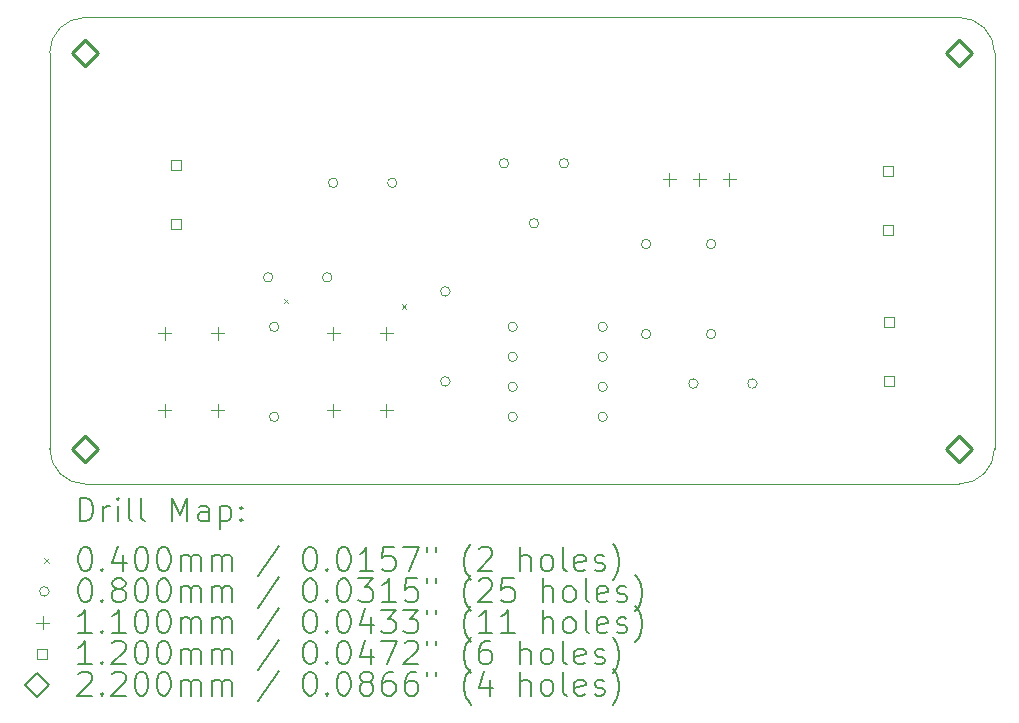
<source format=gbr>
%TF.GenerationSoftware,KiCad,Pcbnew,(6.0.8)*%
%TF.CreationDate,2022-12-14T21:59:01-06:00*%
%TF.ProjectId,Closet Light with timmer,436c6f73-6574-4204-9c69-676874207769,rev?*%
%TF.SameCoordinates,Original*%
%TF.FileFunction,Drillmap*%
%TF.FilePolarity,Positive*%
%FSLAX45Y45*%
G04 Gerber Fmt 4.5, Leading zero omitted, Abs format (unit mm)*
G04 Created by KiCad (PCBNEW (6.0.8)) date 2022-12-14 21:59:01*
%MOMM*%
%LPD*%
G01*
G04 APERTURE LIST*
%ADD10C,0.100000*%
%ADD11C,0.200000*%
%ADD12C,0.040000*%
%ADD13C,0.080000*%
%ADD14C,0.110000*%
%ADD15C,0.120000*%
%ADD16C,0.220000*%
G04 APERTURE END LIST*
D10*
X10700000Y-6150000D02*
G75*
G03*
X11000000Y-5850000I0J300000D01*
G01*
X3300000Y-2200000D02*
G75*
G03*
X3000000Y-2500000I0J-300000D01*
G01*
X3000000Y-2500000D02*
X3000000Y-5850000D01*
X10700000Y-6150000D02*
X3300000Y-6150000D01*
X11000000Y-2500000D02*
X11000000Y-5850000D01*
X3000000Y-5850000D02*
G75*
G03*
X3300000Y-6150000I300000J0D01*
G01*
X10700000Y-2200000D02*
X3300000Y-2200000D01*
X11000000Y-2500000D02*
G75*
G03*
X10700000Y-2200000I-300000J0D01*
G01*
D11*
D12*
X4980000Y-4580000D02*
X5020000Y-4620000D01*
X5020000Y-4580000D02*
X4980000Y-4620000D01*
X5980000Y-4630000D02*
X6020000Y-4670000D01*
X6020000Y-4630000D02*
X5980000Y-4670000D01*
D13*
X4890000Y-4400000D02*
G75*
G03*
X4890000Y-4400000I-40000J0D01*
G01*
X4940000Y-4819000D02*
G75*
G03*
X4940000Y-4819000I-40000J0D01*
G01*
X4940000Y-5581000D02*
G75*
G03*
X4940000Y-5581000I-40000J0D01*
G01*
X5390000Y-4400000D02*
G75*
G03*
X5390000Y-4400000I-40000J0D01*
G01*
X5440000Y-3600000D02*
G75*
G03*
X5440000Y-3600000I-40000J0D01*
G01*
X5940000Y-3600000D02*
G75*
G03*
X5940000Y-3600000I-40000J0D01*
G01*
X6390000Y-4519000D02*
G75*
G03*
X6390000Y-4519000I-40000J0D01*
G01*
X6390000Y-5281000D02*
G75*
G03*
X6390000Y-5281000I-40000J0D01*
G01*
X6886000Y-3434500D02*
G75*
G03*
X6886000Y-3434500I-40000J0D01*
G01*
X6960000Y-4820000D02*
G75*
G03*
X6960000Y-4820000I-40000J0D01*
G01*
X6960000Y-5074000D02*
G75*
G03*
X6960000Y-5074000I-40000J0D01*
G01*
X6960000Y-5328000D02*
G75*
G03*
X6960000Y-5328000I-40000J0D01*
G01*
X6960000Y-5582000D02*
G75*
G03*
X6960000Y-5582000I-40000J0D01*
G01*
X7140000Y-3942500D02*
G75*
G03*
X7140000Y-3942500I-40000J0D01*
G01*
X7394000Y-3434500D02*
G75*
G03*
X7394000Y-3434500I-40000J0D01*
G01*
X7722000Y-4820000D02*
G75*
G03*
X7722000Y-4820000I-40000J0D01*
G01*
X7722000Y-5074000D02*
G75*
G03*
X7722000Y-5074000I-40000J0D01*
G01*
X7722000Y-5328000D02*
G75*
G03*
X7722000Y-5328000I-40000J0D01*
G01*
X7722000Y-5582000D02*
G75*
G03*
X7722000Y-5582000I-40000J0D01*
G01*
X8090000Y-4119000D02*
G75*
G03*
X8090000Y-4119000I-40000J0D01*
G01*
X8090000Y-4881000D02*
G75*
G03*
X8090000Y-4881000I-40000J0D01*
G01*
X8490000Y-5300000D02*
G75*
G03*
X8490000Y-5300000I-40000J0D01*
G01*
X8640000Y-4119000D02*
G75*
G03*
X8640000Y-4119000I-40000J0D01*
G01*
X8640000Y-4881000D02*
G75*
G03*
X8640000Y-4881000I-40000J0D01*
G01*
X8990000Y-5300000D02*
G75*
G03*
X8990000Y-5300000I-40000J0D01*
G01*
D14*
X3975000Y-4820000D02*
X3975000Y-4930000D01*
X3920000Y-4875000D02*
X4030000Y-4875000D01*
X3975000Y-5470000D02*
X3975000Y-5580000D01*
X3920000Y-5525000D02*
X4030000Y-5525000D01*
X4425000Y-4820000D02*
X4425000Y-4930000D01*
X4370000Y-4875000D02*
X4480000Y-4875000D01*
X4425000Y-5470000D02*
X4425000Y-5580000D01*
X4370000Y-5525000D02*
X4480000Y-5525000D01*
X5400000Y-4820000D02*
X5400000Y-4930000D01*
X5345000Y-4875000D02*
X5455000Y-4875000D01*
X5400000Y-5470000D02*
X5400000Y-5580000D01*
X5345000Y-5525000D02*
X5455000Y-5525000D01*
X5850000Y-4820000D02*
X5850000Y-4930000D01*
X5795000Y-4875000D02*
X5905000Y-4875000D01*
X5850000Y-5470000D02*
X5850000Y-5580000D01*
X5795000Y-5525000D02*
X5905000Y-5525000D01*
X8246000Y-3514500D02*
X8246000Y-3624500D01*
X8191000Y-3569500D02*
X8301000Y-3569500D01*
X8500000Y-3514500D02*
X8500000Y-3624500D01*
X8445000Y-3569500D02*
X8555000Y-3569500D01*
X8754000Y-3514500D02*
X8754000Y-3624500D01*
X8699000Y-3569500D02*
X8809000Y-3569500D01*
D15*
X4112427Y-3492427D02*
X4112427Y-3407573D01*
X4027573Y-3407573D01*
X4027573Y-3492427D01*
X4112427Y-3492427D01*
X4112427Y-3992427D02*
X4112427Y-3907573D01*
X4027573Y-3907573D01*
X4027573Y-3992427D01*
X4112427Y-3992427D01*
X10142427Y-3542427D02*
X10142427Y-3457573D01*
X10057573Y-3457573D01*
X10057573Y-3542427D01*
X10142427Y-3542427D01*
X10142427Y-4042427D02*
X10142427Y-3957573D01*
X10057573Y-3957573D01*
X10057573Y-4042427D01*
X10142427Y-4042427D01*
X10147427Y-4817427D02*
X10147427Y-4732573D01*
X10062573Y-4732573D01*
X10062573Y-4817427D01*
X10147427Y-4817427D01*
X10147427Y-5317427D02*
X10147427Y-5232573D01*
X10062573Y-5232573D01*
X10062573Y-5317427D01*
X10147427Y-5317427D01*
D16*
X3300000Y-2610000D02*
X3410000Y-2500000D01*
X3300000Y-2390000D01*
X3190000Y-2500000D01*
X3300000Y-2610000D01*
X3300000Y-5960000D02*
X3410000Y-5850000D01*
X3300000Y-5740000D01*
X3190000Y-5850000D01*
X3300000Y-5960000D01*
X10700000Y-2610000D02*
X10810000Y-2500000D01*
X10700000Y-2390000D01*
X10590000Y-2500000D01*
X10700000Y-2610000D01*
X10700000Y-5960000D02*
X10810000Y-5850000D01*
X10700000Y-5740000D01*
X10590000Y-5850000D01*
X10700000Y-5960000D01*
D11*
X3252619Y-6465476D02*
X3252619Y-6265476D01*
X3300238Y-6265476D01*
X3328809Y-6275000D01*
X3347857Y-6294048D01*
X3357381Y-6313095D01*
X3366905Y-6351190D01*
X3366905Y-6379762D01*
X3357381Y-6417857D01*
X3347857Y-6436905D01*
X3328809Y-6455952D01*
X3300238Y-6465476D01*
X3252619Y-6465476D01*
X3452619Y-6465476D02*
X3452619Y-6332143D01*
X3452619Y-6370238D02*
X3462143Y-6351190D01*
X3471667Y-6341667D01*
X3490714Y-6332143D01*
X3509762Y-6332143D01*
X3576428Y-6465476D02*
X3576428Y-6332143D01*
X3576428Y-6265476D02*
X3566905Y-6275000D01*
X3576428Y-6284524D01*
X3585952Y-6275000D01*
X3576428Y-6265476D01*
X3576428Y-6284524D01*
X3700238Y-6465476D02*
X3681190Y-6455952D01*
X3671667Y-6436905D01*
X3671667Y-6265476D01*
X3805000Y-6465476D02*
X3785952Y-6455952D01*
X3776428Y-6436905D01*
X3776428Y-6265476D01*
X4033571Y-6465476D02*
X4033571Y-6265476D01*
X4100238Y-6408333D01*
X4166905Y-6265476D01*
X4166905Y-6465476D01*
X4347857Y-6465476D02*
X4347857Y-6360714D01*
X4338333Y-6341667D01*
X4319286Y-6332143D01*
X4281190Y-6332143D01*
X4262143Y-6341667D01*
X4347857Y-6455952D02*
X4328810Y-6465476D01*
X4281190Y-6465476D01*
X4262143Y-6455952D01*
X4252619Y-6436905D01*
X4252619Y-6417857D01*
X4262143Y-6398809D01*
X4281190Y-6389286D01*
X4328810Y-6389286D01*
X4347857Y-6379762D01*
X4443095Y-6332143D02*
X4443095Y-6532143D01*
X4443095Y-6341667D02*
X4462143Y-6332143D01*
X4500238Y-6332143D01*
X4519286Y-6341667D01*
X4528810Y-6351190D01*
X4538333Y-6370238D01*
X4538333Y-6427381D01*
X4528810Y-6446428D01*
X4519286Y-6455952D01*
X4500238Y-6465476D01*
X4462143Y-6465476D01*
X4443095Y-6455952D01*
X4624048Y-6446428D02*
X4633571Y-6455952D01*
X4624048Y-6465476D01*
X4614524Y-6455952D01*
X4624048Y-6446428D01*
X4624048Y-6465476D01*
X4624048Y-6341667D02*
X4633571Y-6351190D01*
X4624048Y-6360714D01*
X4614524Y-6351190D01*
X4624048Y-6341667D01*
X4624048Y-6360714D01*
D12*
X2955000Y-6775000D02*
X2995000Y-6815000D01*
X2995000Y-6775000D02*
X2955000Y-6815000D01*
D11*
X3290714Y-6685476D02*
X3309762Y-6685476D01*
X3328809Y-6695000D01*
X3338333Y-6704524D01*
X3347857Y-6723571D01*
X3357381Y-6761667D01*
X3357381Y-6809286D01*
X3347857Y-6847381D01*
X3338333Y-6866428D01*
X3328809Y-6875952D01*
X3309762Y-6885476D01*
X3290714Y-6885476D01*
X3271667Y-6875952D01*
X3262143Y-6866428D01*
X3252619Y-6847381D01*
X3243095Y-6809286D01*
X3243095Y-6761667D01*
X3252619Y-6723571D01*
X3262143Y-6704524D01*
X3271667Y-6695000D01*
X3290714Y-6685476D01*
X3443095Y-6866428D02*
X3452619Y-6875952D01*
X3443095Y-6885476D01*
X3433571Y-6875952D01*
X3443095Y-6866428D01*
X3443095Y-6885476D01*
X3624048Y-6752143D02*
X3624048Y-6885476D01*
X3576428Y-6675952D02*
X3528809Y-6818809D01*
X3652619Y-6818809D01*
X3766905Y-6685476D02*
X3785952Y-6685476D01*
X3805000Y-6695000D01*
X3814524Y-6704524D01*
X3824048Y-6723571D01*
X3833571Y-6761667D01*
X3833571Y-6809286D01*
X3824048Y-6847381D01*
X3814524Y-6866428D01*
X3805000Y-6875952D01*
X3785952Y-6885476D01*
X3766905Y-6885476D01*
X3747857Y-6875952D01*
X3738333Y-6866428D01*
X3728809Y-6847381D01*
X3719286Y-6809286D01*
X3719286Y-6761667D01*
X3728809Y-6723571D01*
X3738333Y-6704524D01*
X3747857Y-6695000D01*
X3766905Y-6685476D01*
X3957381Y-6685476D02*
X3976428Y-6685476D01*
X3995476Y-6695000D01*
X4005000Y-6704524D01*
X4014524Y-6723571D01*
X4024048Y-6761667D01*
X4024048Y-6809286D01*
X4014524Y-6847381D01*
X4005000Y-6866428D01*
X3995476Y-6875952D01*
X3976428Y-6885476D01*
X3957381Y-6885476D01*
X3938333Y-6875952D01*
X3928809Y-6866428D01*
X3919286Y-6847381D01*
X3909762Y-6809286D01*
X3909762Y-6761667D01*
X3919286Y-6723571D01*
X3928809Y-6704524D01*
X3938333Y-6695000D01*
X3957381Y-6685476D01*
X4109762Y-6885476D02*
X4109762Y-6752143D01*
X4109762Y-6771190D02*
X4119286Y-6761667D01*
X4138333Y-6752143D01*
X4166905Y-6752143D01*
X4185952Y-6761667D01*
X4195476Y-6780714D01*
X4195476Y-6885476D01*
X4195476Y-6780714D02*
X4205000Y-6761667D01*
X4224048Y-6752143D01*
X4252619Y-6752143D01*
X4271667Y-6761667D01*
X4281190Y-6780714D01*
X4281190Y-6885476D01*
X4376429Y-6885476D02*
X4376429Y-6752143D01*
X4376429Y-6771190D02*
X4385952Y-6761667D01*
X4405000Y-6752143D01*
X4433571Y-6752143D01*
X4452619Y-6761667D01*
X4462143Y-6780714D01*
X4462143Y-6885476D01*
X4462143Y-6780714D02*
X4471667Y-6761667D01*
X4490714Y-6752143D01*
X4519286Y-6752143D01*
X4538333Y-6761667D01*
X4547857Y-6780714D01*
X4547857Y-6885476D01*
X4938333Y-6675952D02*
X4766905Y-6933095D01*
X5195476Y-6685476D02*
X5214524Y-6685476D01*
X5233571Y-6695000D01*
X5243095Y-6704524D01*
X5252619Y-6723571D01*
X5262143Y-6761667D01*
X5262143Y-6809286D01*
X5252619Y-6847381D01*
X5243095Y-6866428D01*
X5233571Y-6875952D01*
X5214524Y-6885476D01*
X5195476Y-6885476D01*
X5176429Y-6875952D01*
X5166905Y-6866428D01*
X5157381Y-6847381D01*
X5147857Y-6809286D01*
X5147857Y-6761667D01*
X5157381Y-6723571D01*
X5166905Y-6704524D01*
X5176429Y-6695000D01*
X5195476Y-6685476D01*
X5347857Y-6866428D02*
X5357381Y-6875952D01*
X5347857Y-6885476D01*
X5338333Y-6875952D01*
X5347857Y-6866428D01*
X5347857Y-6885476D01*
X5481190Y-6685476D02*
X5500238Y-6685476D01*
X5519286Y-6695000D01*
X5528810Y-6704524D01*
X5538333Y-6723571D01*
X5547857Y-6761667D01*
X5547857Y-6809286D01*
X5538333Y-6847381D01*
X5528810Y-6866428D01*
X5519286Y-6875952D01*
X5500238Y-6885476D01*
X5481190Y-6885476D01*
X5462143Y-6875952D01*
X5452619Y-6866428D01*
X5443095Y-6847381D01*
X5433571Y-6809286D01*
X5433571Y-6761667D01*
X5443095Y-6723571D01*
X5452619Y-6704524D01*
X5462143Y-6695000D01*
X5481190Y-6685476D01*
X5738333Y-6885476D02*
X5624048Y-6885476D01*
X5681190Y-6885476D02*
X5681190Y-6685476D01*
X5662143Y-6714048D01*
X5643095Y-6733095D01*
X5624048Y-6742619D01*
X5919286Y-6685476D02*
X5824048Y-6685476D01*
X5814524Y-6780714D01*
X5824048Y-6771190D01*
X5843095Y-6761667D01*
X5890714Y-6761667D01*
X5909762Y-6771190D01*
X5919286Y-6780714D01*
X5928809Y-6799762D01*
X5928809Y-6847381D01*
X5919286Y-6866428D01*
X5909762Y-6875952D01*
X5890714Y-6885476D01*
X5843095Y-6885476D01*
X5824048Y-6875952D01*
X5814524Y-6866428D01*
X5995476Y-6685476D02*
X6128809Y-6685476D01*
X6043095Y-6885476D01*
X6195476Y-6685476D02*
X6195476Y-6723571D01*
X6271667Y-6685476D02*
X6271667Y-6723571D01*
X6566905Y-6961667D02*
X6557381Y-6952143D01*
X6538333Y-6923571D01*
X6528809Y-6904524D01*
X6519286Y-6875952D01*
X6509762Y-6828333D01*
X6509762Y-6790238D01*
X6519286Y-6742619D01*
X6528809Y-6714048D01*
X6538333Y-6695000D01*
X6557381Y-6666428D01*
X6566905Y-6656905D01*
X6633571Y-6704524D02*
X6643095Y-6695000D01*
X6662143Y-6685476D01*
X6709762Y-6685476D01*
X6728809Y-6695000D01*
X6738333Y-6704524D01*
X6747857Y-6723571D01*
X6747857Y-6742619D01*
X6738333Y-6771190D01*
X6624048Y-6885476D01*
X6747857Y-6885476D01*
X6985952Y-6885476D02*
X6985952Y-6685476D01*
X7071667Y-6885476D02*
X7071667Y-6780714D01*
X7062143Y-6761667D01*
X7043095Y-6752143D01*
X7014524Y-6752143D01*
X6995476Y-6761667D01*
X6985952Y-6771190D01*
X7195476Y-6885476D02*
X7176428Y-6875952D01*
X7166905Y-6866428D01*
X7157381Y-6847381D01*
X7157381Y-6790238D01*
X7166905Y-6771190D01*
X7176428Y-6761667D01*
X7195476Y-6752143D01*
X7224048Y-6752143D01*
X7243095Y-6761667D01*
X7252619Y-6771190D01*
X7262143Y-6790238D01*
X7262143Y-6847381D01*
X7252619Y-6866428D01*
X7243095Y-6875952D01*
X7224048Y-6885476D01*
X7195476Y-6885476D01*
X7376428Y-6885476D02*
X7357381Y-6875952D01*
X7347857Y-6856905D01*
X7347857Y-6685476D01*
X7528809Y-6875952D02*
X7509762Y-6885476D01*
X7471667Y-6885476D01*
X7452619Y-6875952D01*
X7443095Y-6856905D01*
X7443095Y-6780714D01*
X7452619Y-6761667D01*
X7471667Y-6752143D01*
X7509762Y-6752143D01*
X7528809Y-6761667D01*
X7538333Y-6780714D01*
X7538333Y-6799762D01*
X7443095Y-6818809D01*
X7614524Y-6875952D02*
X7633571Y-6885476D01*
X7671667Y-6885476D01*
X7690714Y-6875952D01*
X7700238Y-6856905D01*
X7700238Y-6847381D01*
X7690714Y-6828333D01*
X7671667Y-6818809D01*
X7643095Y-6818809D01*
X7624048Y-6809286D01*
X7614524Y-6790238D01*
X7614524Y-6780714D01*
X7624048Y-6761667D01*
X7643095Y-6752143D01*
X7671667Y-6752143D01*
X7690714Y-6761667D01*
X7766905Y-6961667D02*
X7776428Y-6952143D01*
X7795476Y-6923571D01*
X7805000Y-6904524D01*
X7814524Y-6875952D01*
X7824048Y-6828333D01*
X7824048Y-6790238D01*
X7814524Y-6742619D01*
X7805000Y-6714048D01*
X7795476Y-6695000D01*
X7776428Y-6666428D01*
X7766905Y-6656905D01*
D13*
X2995000Y-7059000D02*
G75*
G03*
X2995000Y-7059000I-40000J0D01*
G01*
D11*
X3290714Y-6949476D02*
X3309762Y-6949476D01*
X3328809Y-6959000D01*
X3338333Y-6968524D01*
X3347857Y-6987571D01*
X3357381Y-7025667D01*
X3357381Y-7073286D01*
X3347857Y-7111381D01*
X3338333Y-7130428D01*
X3328809Y-7139952D01*
X3309762Y-7149476D01*
X3290714Y-7149476D01*
X3271667Y-7139952D01*
X3262143Y-7130428D01*
X3252619Y-7111381D01*
X3243095Y-7073286D01*
X3243095Y-7025667D01*
X3252619Y-6987571D01*
X3262143Y-6968524D01*
X3271667Y-6959000D01*
X3290714Y-6949476D01*
X3443095Y-7130428D02*
X3452619Y-7139952D01*
X3443095Y-7149476D01*
X3433571Y-7139952D01*
X3443095Y-7130428D01*
X3443095Y-7149476D01*
X3566905Y-7035190D02*
X3547857Y-7025667D01*
X3538333Y-7016143D01*
X3528809Y-6997095D01*
X3528809Y-6987571D01*
X3538333Y-6968524D01*
X3547857Y-6959000D01*
X3566905Y-6949476D01*
X3605000Y-6949476D01*
X3624048Y-6959000D01*
X3633571Y-6968524D01*
X3643095Y-6987571D01*
X3643095Y-6997095D01*
X3633571Y-7016143D01*
X3624048Y-7025667D01*
X3605000Y-7035190D01*
X3566905Y-7035190D01*
X3547857Y-7044714D01*
X3538333Y-7054238D01*
X3528809Y-7073286D01*
X3528809Y-7111381D01*
X3538333Y-7130428D01*
X3547857Y-7139952D01*
X3566905Y-7149476D01*
X3605000Y-7149476D01*
X3624048Y-7139952D01*
X3633571Y-7130428D01*
X3643095Y-7111381D01*
X3643095Y-7073286D01*
X3633571Y-7054238D01*
X3624048Y-7044714D01*
X3605000Y-7035190D01*
X3766905Y-6949476D02*
X3785952Y-6949476D01*
X3805000Y-6959000D01*
X3814524Y-6968524D01*
X3824048Y-6987571D01*
X3833571Y-7025667D01*
X3833571Y-7073286D01*
X3824048Y-7111381D01*
X3814524Y-7130428D01*
X3805000Y-7139952D01*
X3785952Y-7149476D01*
X3766905Y-7149476D01*
X3747857Y-7139952D01*
X3738333Y-7130428D01*
X3728809Y-7111381D01*
X3719286Y-7073286D01*
X3719286Y-7025667D01*
X3728809Y-6987571D01*
X3738333Y-6968524D01*
X3747857Y-6959000D01*
X3766905Y-6949476D01*
X3957381Y-6949476D02*
X3976428Y-6949476D01*
X3995476Y-6959000D01*
X4005000Y-6968524D01*
X4014524Y-6987571D01*
X4024048Y-7025667D01*
X4024048Y-7073286D01*
X4014524Y-7111381D01*
X4005000Y-7130428D01*
X3995476Y-7139952D01*
X3976428Y-7149476D01*
X3957381Y-7149476D01*
X3938333Y-7139952D01*
X3928809Y-7130428D01*
X3919286Y-7111381D01*
X3909762Y-7073286D01*
X3909762Y-7025667D01*
X3919286Y-6987571D01*
X3928809Y-6968524D01*
X3938333Y-6959000D01*
X3957381Y-6949476D01*
X4109762Y-7149476D02*
X4109762Y-7016143D01*
X4109762Y-7035190D02*
X4119286Y-7025667D01*
X4138333Y-7016143D01*
X4166905Y-7016143D01*
X4185952Y-7025667D01*
X4195476Y-7044714D01*
X4195476Y-7149476D01*
X4195476Y-7044714D02*
X4205000Y-7025667D01*
X4224048Y-7016143D01*
X4252619Y-7016143D01*
X4271667Y-7025667D01*
X4281190Y-7044714D01*
X4281190Y-7149476D01*
X4376429Y-7149476D02*
X4376429Y-7016143D01*
X4376429Y-7035190D02*
X4385952Y-7025667D01*
X4405000Y-7016143D01*
X4433571Y-7016143D01*
X4452619Y-7025667D01*
X4462143Y-7044714D01*
X4462143Y-7149476D01*
X4462143Y-7044714D02*
X4471667Y-7025667D01*
X4490714Y-7016143D01*
X4519286Y-7016143D01*
X4538333Y-7025667D01*
X4547857Y-7044714D01*
X4547857Y-7149476D01*
X4938333Y-6939952D02*
X4766905Y-7197095D01*
X5195476Y-6949476D02*
X5214524Y-6949476D01*
X5233571Y-6959000D01*
X5243095Y-6968524D01*
X5252619Y-6987571D01*
X5262143Y-7025667D01*
X5262143Y-7073286D01*
X5252619Y-7111381D01*
X5243095Y-7130428D01*
X5233571Y-7139952D01*
X5214524Y-7149476D01*
X5195476Y-7149476D01*
X5176429Y-7139952D01*
X5166905Y-7130428D01*
X5157381Y-7111381D01*
X5147857Y-7073286D01*
X5147857Y-7025667D01*
X5157381Y-6987571D01*
X5166905Y-6968524D01*
X5176429Y-6959000D01*
X5195476Y-6949476D01*
X5347857Y-7130428D02*
X5357381Y-7139952D01*
X5347857Y-7149476D01*
X5338333Y-7139952D01*
X5347857Y-7130428D01*
X5347857Y-7149476D01*
X5481190Y-6949476D02*
X5500238Y-6949476D01*
X5519286Y-6959000D01*
X5528810Y-6968524D01*
X5538333Y-6987571D01*
X5547857Y-7025667D01*
X5547857Y-7073286D01*
X5538333Y-7111381D01*
X5528810Y-7130428D01*
X5519286Y-7139952D01*
X5500238Y-7149476D01*
X5481190Y-7149476D01*
X5462143Y-7139952D01*
X5452619Y-7130428D01*
X5443095Y-7111381D01*
X5433571Y-7073286D01*
X5433571Y-7025667D01*
X5443095Y-6987571D01*
X5452619Y-6968524D01*
X5462143Y-6959000D01*
X5481190Y-6949476D01*
X5614524Y-6949476D02*
X5738333Y-6949476D01*
X5671667Y-7025667D01*
X5700238Y-7025667D01*
X5719286Y-7035190D01*
X5728809Y-7044714D01*
X5738333Y-7063762D01*
X5738333Y-7111381D01*
X5728809Y-7130428D01*
X5719286Y-7139952D01*
X5700238Y-7149476D01*
X5643095Y-7149476D01*
X5624048Y-7139952D01*
X5614524Y-7130428D01*
X5928809Y-7149476D02*
X5814524Y-7149476D01*
X5871667Y-7149476D02*
X5871667Y-6949476D01*
X5852619Y-6978048D01*
X5833571Y-6997095D01*
X5814524Y-7006619D01*
X6109762Y-6949476D02*
X6014524Y-6949476D01*
X6005000Y-7044714D01*
X6014524Y-7035190D01*
X6033571Y-7025667D01*
X6081190Y-7025667D01*
X6100238Y-7035190D01*
X6109762Y-7044714D01*
X6119286Y-7063762D01*
X6119286Y-7111381D01*
X6109762Y-7130428D01*
X6100238Y-7139952D01*
X6081190Y-7149476D01*
X6033571Y-7149476D01*
X6014524Y-7139952D01*
X6005000Y-7130428D01*
X6195476Y-6949476D02*
X6195476Y-6987571D01*
X6271667Y-6949476D02*
X6271667Y-6987571D01*
X6566905Y-7225667D02*
X6557381Y-7216143D01*
X6538333Y-7187571D01*
X6528809Y-7168524D01*
X6519286Y-7139952D01*
X6509762Y-7092333D01*
X6509762Y-7054238D01*
X6519286Y-7006619D01*
X6528809Y-6978048D01*
X6538333Y-6959000D01*
X6557381Y-6930428D01*
X6566905Y-6920905D01*
X6633571Y-6968524D02*
X6643095Y-6959000D01*
X6662143Y-6949476D01*
X6709762Y-6949476D01*
X6728809Y-6959000D01*
X6738333Y-6968524D01*
X6747857Y-6987571D01*
X6747857Y-7006619D01*
X6738333Y-7035190D01*
X6624048Y-7149476D01*
X6747857Y-7149476D01*
X6928809Y-6949476D02*
X6833571Y-6949476D01*
X6824048Y-7044714D01*
X6833571Y-7035190D01*
X6852619Y-7025667D01*
X6900238Y-7025667D01*
X6919286Y-7035190D01*
X6928809Y-7044714D01*
X6938333Y-7063762D01*
X6938333Y-7111381D01*
X6928809Y-7130428D01*
X6919286Y-7139952D01*
X6900238Y-7149476D01*
X6852619Y-7149476D01*
X6833571Y-7139952D01*
X6824048Y-7130428D01*
X7176428Y-7149476D02*
X7176428Y-6949476D01*
X7262143Y-7149476D02*
X7262143Y-7044714D01*
X7252619Y-7025667D01*
X7233571Y-7016143D01*
X7205000Y-7016143D01*
X7185952Y-7025667D01*
X7176428Y-7035190D01*
X7385952Y-7149476D02*
X7366905Y-7139952D01*
X7357381Y-7130428D01*
X7347857Y-7111381D01*
X7347857Y-7054238D01*
X7357381Y-7035190D01*
X7366905Y-7025667D01*
X7385952Y-7016143D01*
X7414524Y-7016143D01*
X7433571Y-7025667D01*
X7443095Y-7035190D01*
X7452619Y-7054238D01*
X7452619Y-7111381D01*
X7443095Y-7130428D01*
X7433571Y-7139952D01*
X7414524Y-7149476D01*
X7385952Y-7149476D01*
X7566905Y-7149476D02*
X7547857Y-7139952D01*
X7538333Y-7120905D01*
X7538333Y-6949476D01*
X7719286Y-7139952D02*
X7700238Y-7149476D01*
X7662143Y-7149476D01*
X7643095Y-7139952D01*
X7633571Y-7120905D01*
X7633571Y-7044714D01*
X7643095Y-7025667D01*
X7662143Y-7016143D01*
X7700238Y-7016143D01*
X7719286Y-7025667D01*
X7728809Y-7044714D01*
X7728809Y-7063762D01*
X7633571Y-7082809D01*
X7805000Y-7139952D02*
X7824048Y-7149476D01*
X7862143Y-7149476D01*
X7881190Y-7139952D01*
X7890714Y-7120905D01*
X7890714Y-7111381D01*
X7881190Y-7092333D01*
X7862143Y-7082809D01*
X7833571Y-7082809D01*
X7814524Y-7073286D01*
X7805000Y-7054238D01*
X7805000Y-7044714D01*
X7814524Y-7025667D01*
X7833571Y-7016143D01*
X7862143Y-7016143D01*
X7881190Y-7025667D01*
X7957381Y-7225667D02*
X7966905Y-7216143D01*
X7985952Y-7187571D01*
X7995476Y-7168524D01*
X8005000Y-7139952D01*
X8014524Y-7092333D01*
X8014524Y-7054238D01*
X8005000Y-7006619D01*
X7995476Y-6978048D01*
X7985952Y-6959000D01*
X7966905Y-6930428D01*
X7957381Y-6920905D01*
D14*
X2940000Y-7268000D02*
X2940000Y-7378000D01*
X2885000Y-7323000D02*
X2995000Y-7323000D01*
D11*
X3357381Y-7413476D02*
X3243095Y-7413476D01*
X3300238Y-7413476D02*
X3300238Y-7213476D01*
X3281190Y-7242048D01*
X3262143Y-7261095D01*
X3243095Y-7270619D01*
X3443095Y-7394428D02*
X3452619Y-7403952D01*
X3443095Y-7413476D01*
X3433571Y-7403952D01*
X3443095Y-7394428D01*
X3443095Y-7413476D01*
X3643095Y-7413476D02*
X3528809Y-7413476D01*
X3585952Y-7413476D02*
X3585952Y-7213476D01*
X3566905Y-7242048D01*
X3547857Y-7261095D01*
X3528809Y-7270619D01*
X3766905Y-7213476D02*
X3785952Y-7213476D01*
X3805000Y-7223000D01*
X3814524Y-7232524D01*
X3824048Y-7251571D01*
X3833571Y-7289667D01*
X3833571Y-7337286D01*
X3824048Y-7375381D01*
X3814524Y-7394428D01*
X3805000Y-7403952D01*
X3785952Y-7413476D01*
X3766905Y-7413476D01*
X3747857Y-7403952D01*
X3738333Y-7394428D01*
X3728809Y-7375381D01*
X3719286Y-7337286D01*
X3719286Y-7289667D01*
X3728809Y-7251571D01*
X3738333Y-7232524D01*
X3747857Y-7223000D01*
X3766905Y-7213476D01*
X3957381Y-7213476D02*
X3976428Y-7213476D01*
X3995476Y-7223000D01*
X4005000Y-7232524D01*
X4014524Y-7251571D01*
X4024048Y-7289667D01*
X4024048Y-7337286D01*
X4014524Y-7375381D01*
X4005000Y-7394428D01*
X3995476Y-7403952D01*
X3976428Y-7413476D01*
X3957381Y-7413476D01*
X3938333Y-7403952D01*
X3928809Y-7394428D01*
X3919286Y-7375381D01*
X3909762Y-7337286D01*
X3909762Y-7289667D01*
X3919286Y-7251571D01*
X3928809Y-7232524D01*
X3938333Y-7223000D01*
X3957381Y-7213476D01*
X4109762Y-7413476D02*
X4109762Y-7280143D01*
X4109762Y-7299190D02*
X4119286Y-7289667D01*
X4138333Y-7280143D01*
X4166905Y-7280143D01*
X4185952Y-7289667D01*
X4195476Y-7308714D01*
X4195476Y-7413476D01*
X4195476Y-7308714D02*
X4205000Y-7289667D01*
X4224048Y-7280143D01*
X4252619Y-7280143D01*
X4271667Y-7289667D01*
X4281190Y-7308714D01*
X4281190Y-7413476D01*
X4376429Y-7413476D02*
X4376429Y-7280143D01*
X4376429Y-7299190D02*
X4385952Y-7289667D01*
X4405000Y-7280143D01*
X4433571Y-7280143D01*
X4452619Y-7289667D01*
X4462143Y-7308714D01*
X4462143Y-7413476D01*
X4462143Y-7308714D02*
X4471667Y-7289667D01*
X4490714Y-7280143D01*
X4519286Y-7280143D01*
X4538333Y-7289667D01*
X4547857Y-7308714D01*
X4547857Y-7413476D01*
X4938333Y-7203952D02*
X4766905Y-7461095D01*
X5195476Y-7213476D02*
X5214524Y-7213476D01*
X5233571Y-7223000D01*
X5243095Y-7232524D01*
X5252619Y-7251571D01*
X5262143Y-7289667D01*
X5262143Y-7337286D01*
X5252619Y-7375381D01*
X5243095Y-7394428D01*
X5233571Y-7403952D01*
X5214524Y-7413476D01*
X5195476Y-7413476D01*
X5176429Y-7403952D01*
X5166905Y-7394428D01*
X5157381Y-7375381D01*
X5147857Y-7337286D01*
X5147857Y-7289667D01*
X5157381Y-7251571D01*
X5166905Y-7232524D01*
X5176429Y-7223000D01*
X5195476Y-7213476D01*
X5347857Y-7394428D02*
X5357381Y-7403952D01*
X5347857Y-7413476D01*
X5338333Y-7403952D01*
X5347857Y-7394428D01*
X5347857Y-7413476D01*
X5481190Y-7213476D02*
X5500238Y-7213476D01*
X5519286Y-7223000D01*
X5528810Y-7232524D01*
X5538333Y-7251571D01*
X5547857Y-7289667D01*
X5547857Y-7337286D01*
X5538333Y-7375381D01*
X5528810Y-7394428D01*
X5519286Y-7403952D01*
X5500238Y-7413476D01*
X5481190Y-7413476D01*
X5462143Y-7403952D01*
X5452619Y-7394428D01*
X5443095Y-7375381D01*
X5433571Y-7337286D01*
X5433571Y-7289667D01*
X5443095Y-7251571D01*
X5452619Y-7232524D01*
X5462143Y-7223000D01*
X5481190Y-7213476D01*
X5719286Y-7280143D02*
X5719286Y-7413476D01*
X5671667Y-7203952D02*
X5624048Y-7346809D01*
X5747857Y-7346809D01*
X5805000Y-7213476D02*
X5928809Y-7213476D01*
X5862143Y-7289667D01*
X5890714Y-7289667D01*
X5909762Y-7299190D01*
X5919286Y-7308714D01*
X5928809Y-7327762D01*
X5928809Y-7375381D01*
X5919286Y-7394428D01*
X5909762Y-7403952D01*
X5890714Y-7413476D01*
X5833571Y-7413476D01*
X5814524Y-7403952D01*
X5805000Y-7394428D01*
X5995476Y-7213476D02*
X6119286Y-7213476D01*
X6052619Y-7289667D01*
X6081190Y-7289667D01*
X6100238Y-7299190D01*
X6109762Y-7308714D01*
X6119286Y-7327762D01*
X6119286Y-7375381D01*
X6109762Y-7394428D01*
X6100238Y-7403952D01*
X6081190Y-7413476D01*
X6024048Y-7413476D01*
X6005000Y-7403952D01*
X5995476Y-7394428D01*
X6195476Y-7213476D02*
X6195476Y-7251571D01*
X6271667Y-7213476D02*
X6271667Y-7251571D01*
X6566905Y-7489667D02*
X6557381Y-7480143D01*
X6538333Y-7451571D01*
X6528809Y-7432524D01*
X6519286Y-7403952D01*
X6509762Y-7356333D01*
X6509762Y-7318238D01*
X6519286Y-7270619D01*
X6528809Y-7242048D01*
X6538333Y-7223000D01*
X6557381Y-7194428D01*
X6566905Y-7184905D01*
X6747857Y-7413476D02*
X6633571Y-7413476D01*
X6690714Y-7413476D02*
X6690714Y-7213476D01*
X6671667Y-7242048D01*
X6652619Y-7261095D01*
X6633571Y-7270619D01*
X6938333Y-7413476D02*
X6824048Y-7413476D01*
X6881190Y-7413476D02*
X6881190Y-7213476D01*
X6862143Y-7242048D01*
X6843095Y-7261095D01*
X6824048Y-7270619D01*
X7176428Y-7413476D02*
X7176428Y-7213476D01*
X7262143Y-7413476D02*
X7262143Y-7308714D01*
X7252619Y-7289667D01*
X7233571Y-7280143D01*
X7205000Y-7280143D01*
X7185952Y-7289667D01*
X7176428Y-7299190D01*
X7385952Y-7413476D02*
X7366905Y-7403952D01*
X7357381Y-7394428D01*
X7347857Y-7375381D01*
X7347857Y-7318238D01*
X7357381Y-7299190D01*
X7366905Y-7289667D01*
X7385952Y-7280143D01*
X7414524Y-7280143D01*
X7433571Y-7289667D01*
X7443095Y-7299190D01*
X7452619Y-7318238D01*
X7452619Y-7375381D01*
X7443095Y-7394428D01*
X7433571Y-7403952D01*
X7414524Y-7413476D01*
X7385952Y-7413476D01*
X7566905Y-7413476D02*
X7547857Y-7403952D01*
X7538333Y-7384905D01*
X7538333Y-7213476D01*
X7719286Y-7403952D02*
X7700238Y-7413476D01*
X7662143Y-7413476D01*
X7643095Y-7403952D01*
X7633571Y-7384905D01*
X7633571Y-7308714D01*
X7643095Y-7289667D01*
X7662143Y-7280143D01*
X7700238Y-7280143D01*
X7719286Y-7289667D01*
X7728809Y-7308714D01*
X7728809Y-7327762D01*
X7633571Y-7346809D01*
X7805000Y-7403952D02*
X7824048Y-7413476D01*
X7862143Y-7413476D01*
X7881190Y-7403952D01*
X7890714Y-7384905D01*
X7890714Y-7375381D01*
X7881190Y-7356333D01*
X7862143Y-7346809D01*
X7833571Y-7346809D01*
X7814524Y-7337286D01*
X7805000Y-7318238D01*
X7805000Y-7308714D01*
X7814524Y-7289667D01*
X7833571Y-7280143D01*
X7862143Y-7280143D01*
X7881190Y-7289667D01*
X7957381Y-7489667D02*
X7966905Y-7480143D01*
X7985952Y-7451571D01*
X7995476Y-7432524D01*
X8005000Y-7403952D01*
X8014524Y-7356333D01*
X8014524Y-7318238D01*
X8005000Y-7270619D01*
X7995476Y-7242048D01*
X7985952Y-7223000D01*
X7966905Y-7194428D01*
X7957381Y-7184905D01*
D15*
X2977427Y-7629427D02*
X2977427Y-7544573D01*
X2892573Y-7544573D01*
X2892573Y-7629427D01*
X2977427Y-7629427D01*
D11*
X3357381Y-7677476D02*
X3243095Y-7677476D01*
X3300238Y-7677476D02*
X3300238Y-7477476D01*
X3281190Y-7506048D01*
X3262143Y-7525095D01*
X3243095Y-7534619D01*
X3443095Y-7658428D02*
X3452619Y-7667952D01*
X3443095Y-7677476D01*
X3433571Y-7667952D01*
X3443095Y-7658428D01*
X3443095Y-7677476D01*
X3528809Y-7496524D02*
X3538333Y-7487000D01*
X3557381Y-7477476D01*
X3605000Y-7477476D01*
X3624048Y-7487000D01*
X3633571Y-7496524D01*
X3643095Y-7515571D01*
X3643095Y-7534619D01*
X3633571Y-7563190D01*
X3519286Y-7677476D01*
X3643095Y-7677476D01*
X3766905Y-7477476D02*
X3785952Y-7477476D01*
X3805000Y-7487000D01*
X3814524Y-7496524D01*
X3824048Y-7515571D01*
X3833571Y-7553667D01*
X3833571Y-7601286D01*
X3824048Y-7639381D01*
X3814524Y-7658428D01*
X3805000Y-7667952D01*
X3785952Y-7677476D01*
X3766905Y-7677476D01*
X3747857Y-7667952D01*
X3738333Y-7658428D01*
X3728809Y-7639381D01*
X3719286Y-7601286D01*
X3719286Y-7553667D01*
X3728809Y-7515571D01*
X3738333Y-7496524D01*
X3747857Y-7487000D01*
X3766905Y-7477476D01*
X3957381Y-7477476D02*
X3976428Y-7477476D01*
X3995476Y-7487000D01*
X4005000Y-7496524D01*
X4014524Y-7515571D01*
X4024048Y-7553667D01*
X4024048Y-7601286D01*
X4014524Y-7639381D01*
X4005000Y-7658428D01*
X3995476Y-7667952D01*
X3976428Y-7677476D01*
X3957381Y-7677476D01*
X3938333Y-7667952D01*
X3928809Y-7658428D01*
X3919286Y-7639381D01*
X3909762Y-7601286D01*
X3909762Y-7553667D01*
X3919286Y-7515571D01*
X3928809Y-7496524D01*
X3938333Y-7487000D01*
X3957381Y-7477476D01*
X4109762Y-7677476D02*
X4109762Y-7544143D01*
X4109762Y-7563190D02*
X4119286Y-7553667D01*
X4138333Y-7544143D01*
X4166905Y-7544143D01*
X4185952Y-7553667D01*
X4195476Y-7572714D01*
X4195476Y-7677476D01*
X4195476Y-7572714D02*
X4205000Y-7553667D01*
X4224048Y-7544143D01*
X4252619Y-7544143D01*
X4271667Y-7553667D01*
X4281190Y-7572714D01*
X4281190Y-7677476D01*
X4376429Y-7677476D02*
X4376429Y-7544143D01*
X4376429Y-7563190D02*
X4385952Y-7553667D01*
X4405000Y-7544143D01*
X4433571Y-7544143D01*
X4452619Y-7553667D01*
X4462143Y-7572714D01*
X4462143Y-7677476D01*
X4462143Y-7572714D02*
X4471667Y-7553667D01*
X4490714Y-7544143D01*
X4519286Y-7544143D01*
X4538333Y-7553667D01*
X4547857Y-7572714D01*
X4547857Y-7677476D01*
X4938333Y-7467952D02*
X4766905Y-7725095D01*
X5195476Y-7477476D02*
X5214524Y-7477476D01*
X5233571Y-7487000D01*
X5243095Y-7496524D01*
X5252619Y-7515571D01*
X5262143Y-7553667D01*
X5262143Y-7601286D01*
X5252619Y-7639381D01*
X5243095Y-7658428D01*
X5233571Y-7667952D01*
X5214524Y-7677476D01*
X5195476Y-7677476D01*
X5176429Y-7667952D01*
X5166905Y-7658428D01*
X5157381Y-7639381D01*
X5147857Y-7601286D01*
X5147857Y-7553667D01*
X5157381Y-7515571D01*
X5166905Y-7496524D01*
X5176429Y-7487000D01*
X5195476Y-7477476D01*
X5347857Y-7658428D02*
X5357381Y-7667952D01*
X5347857Y-7677476D01*
X5338333Y-7667952D01*
X5347857Y-7658428D01*
X5347857Y-7677476D01*
X5481190Y-7477476D02*
X5500238Y-7477476D01*
X5519286Y-7487000D01*
X5528810Y-7496524D01*
X5538333Y-7515571D01*
X5547857Y-7553667D01*
X5547857Y-7601286D01*
X5538333Y-7639381D01*
X5528810Y-7658428D01*
X5519286Y-7667952D01*
X5500238Y-7677476D01*
X5481190Y-7677476D01*
X5462143Y-7667952D01*
X5452619Y-7658428D01*
X5443095Y-7639381D01*
X5433571Y-7601286D01*
X5433571Y-7553667D01*
X5443095Y-7515571D01*
X5452619Y-7496524D01*
X5462143Y-7487000D01*
X5481190Y-7477476D01*
X5719286Y-7544143D02*
X5719286Y-7677476D01*
X5671667Y-7467952D02*
X5624048Y-7610809D01*
X5747857Y-7610809D01*
X5805000Y-7477476D02*
X5938333Y-7477476D01*
X5852619Y-7677476D01*
X6005000Y-7496524D02*
X6014524Y-7487000D01*
X6033571Y-7477476D01*
X6081190Y-7477476D01*
X6100238Y-7487000D01*
X6109762Y-7496524D01*
X6119286Y-7515571D01*
X6119286Y-7534619D01*
X6109762Y-7563190D01*
X5995476Y-7677476D01*
X6119286Y-7677476D01*
X6195476Y-7477476D02*
X6195476Y-7515571D01*
X6271667Y-7477476D02*
X6271667Y-7515571D01*
X6566905Y-7753667D02*
X6557381Y-7744143D01*
X6538333Y-7715571D01*
X6528809Y-7696524D01*
X6519286Y-7667952D01*
X6509762Y-7620333D01*
X6509762Y-7582238D01*
X6519286Y-7534619D01*
X6528809Y-7506048D01*
X6538333Y-7487000D01*
X6557381Y-7458428D01*
X6566905Y-7448905D01*
X6728809Y-7477476D02*
X6690714Y-7477476D01*
X6671667Y-7487000D01*
X6662143Y-7496524D01*
X6643095Y-7525095D01*
X6633571Y-7563190D01*
X6633571Y-7639381D01*
X6643095Y-7658428D01*
X6652619Y-7667952D01*
X6671667Y-7677476D01*
X6709762Y-7677476D01*
X6728809Y-7667952D01*
X6738333Y-7658428D01*
X6747857Y-7639381D01*
X6747857Y-7591762D01*
X6738333Y-7572714D01*
X6728809Y-7563190D01*
X6709762Y-7553667D01*
X6671667Y-7553667D01*
X6652619Y-7563190D01*
X6643095Y-7572714D01*
X6633571Y-7591762D01*
X6985952Y-7677476D02*
X6985952Y-7477476D01*
X7071667Y-7677476D02*
X7071667Y-7572714D01*
X7062143Y-7553667D01*
X7043095Y-7544143D01*
X7014524Y-7544143D01*
X6995476Y-7553667D01*
X6985952Y-7563190D01*
X7195476Y-7677476D02*
X7176428Y-7667952D01*
X7166905Y-7658428D01*
X7157381Y-7639381D01*
X7157381Y-7582238D01*
X7166905Y-7563190D01*
X7176428Y-7553667D01*
X7195476Y-7544143D01*
X7224048Y-7544143D01*
X7243095Y-7553667D01*
X7252619Y-7563190D01*
X7262143Y-7582238D01*
X7262143Y-7639381D01*
X7252619Y-7658428D01*
X7243095Y-7667952D01*
X7224048Y-7677476D01*
X7195476Y-7677476D01*
X7376428Y-7677476D02*
X7357381Y-7667952D01*
X7347857Y-7648905D01*
X7347857Y-7477476D01*
X7528809Y-7667952D02*
X7509762Y-7677476D01*
X7471667Y-7677476D01*
X7452619Y-7667952D01*
X7443095Y-7648905D01*
X7443095Y-7572714D01*
X7452619Y-7553667D01*
X7471667Y-7544143D01*
X7509762Y-7544143D01*
X7528809Y-7553667D01*
X7538333Y-7572714D01*
X7538333Y-7591762D01*
X7443095Y-7610809D01*
X7614524Y-7667952D02*
X7633571Y-7677476D01*
X7671667Y-7677476D01*
X7690714Y-7667952D01*
X7700238Y-7648905D01*
X7700238Y-7639381D01*
X7690714Y-7620333D01*
X7671667Y-7610809D01*
X7643095Y-7610809D01*
X7624048Y-7601286D01*
X7614524Y-7582238D01*
X7614524Y-7572714D01*
X7624048Y-7553667D01*
X7643095Y-7544143D01*
X7671667Y-7544143D01*
X7690714Y-7553667D01*
X7766905Y-7753667D02*
X7776428Y-7744143D01*
X7795476Y-7715571D01*
X7805000Y-7696524D01*
X7814524Y-7667952D01*
X7824048Y-7620333D01*
X7824048Y-7582238D01*
X7814524Y-7534619D01*
X7805000Y-7506048D01*
X7795476Y-7487000D01*
X7776428Y-7458428D01*
X7766905Y-7448905D01*
X2895000Y-7951000D02*
X2995000Y-7851000D01*
X2895000Y-7751000D01*
X2795000Y-7851000D01*
X2895000Y-7951000D01*
X3243095Y-7760524D02*
X3252619Y-7751000D01*
X3271667Y-7741476D01*
X3319286Y-7741476D01*
X3338333Y-7751000D01*
X3347857Y-7760524D01*
X3357381Y-7779571D01*
X3357381Y-7798619D01*
X3347857Y-7827190D01*
X3233571Y-7941476D01*
X3357381Y-7941476D01*
X3443095Y-7922428D02*
X3452619Y-7931952D01*
X3443095Y-7941476D01*
X3433571Y-7931952D01*
X3443095Y-7922428D01*
X3443095Y-7941476D01*
X3528809Y-7760524D02*
X3538333Y-7751000D01*
X3557381Y-7741476D01*
X3605000Y-7741476D01*
X3624048Y-7751000D01*
X3633571Y-7760524D01*
X3643095Y-7779571D01*
X3643095Y-7798619D01*
X3633571Y-7827190D01*
X3519286Y-7941476D01*
X3643095Y-7941476D01*
X3766905Y-7741476D02*
X3785952Y-7741476D01*
X3805000Y-7751000D01*
X3814524Y-7760524D01*
X3824048Y-7779571D01*
X3833571Y-7817667D01*
X3833571Y-7865286D01*
X3824048Y-7903381D01*
X3814524Y-7922428D01*
X3805000Y-7931952D01*
X3785952Y-7941476D01*
X3766905Y-7941476D01*
X3747857Y-7931952D01*
X3738333Y-7922428D01*
X3728809Y-7903381D01*
X3719286Y-7865286D01*
X3719286Y-7817667D01*
X3728809Y-7779571D01*
X3738333Y-7760524D01*
X3747857Y-7751000D01*
X3766905Y-7741476D01*
X3957381Y-7741476D02*
X3976428Y-7741476D01*
X3995476Y-7751000D01*
X4005000Y-7760524D01*
X4014524Y-7779571D01*
X4024048Y-7817667D01*
X4024048Y-7865286D01*
X4014524Y-7903381D01*
X4005000Y-7922428D01*
X3995476Y-7931952D01*
X3976428Y-7941476D01*
X3957381Y-7941476D01*
X3938333Y-7931952D01*
X3928809Y-7922428D01*
X3919286Y-7903381D01*
X3909762Y-7865286D01*
X3909762Y-7817667D01*
X3919286Y-7779571D01*
X3928809Y-7760524D01*
X3938333Y-7751000D01*
X3957381Y-7741476D01*
X4109762Y-7941476D02*
X4109762Y-7808143D01*
X4109762Y-7827190D02*
X4119286Y-7817667D01*
X4138333Y-7808143D01*
X4166905Y-7808143D01*
X4185952Y-7817667D01*
X4195476Y-7836714D01*
X4195476Y-7941476D01*
X4195476Y-7836714D02*
X4205000Y-7817667D01*
X4224048Y-7808143D01*
X4252619Y-7808143D01*
X4271667Y-7817667D01*
X4281190Y-7836714D01*
X4281190Y-7941476D01*
X4376429Y-7941476D02*
X4376429Y-7808143D01*
X4376429Y-7827190D02*
X4385952Y-7817667D01*
X4405000Y-7808143D01*
X4433571Y-7808143D01*
X4452619Y-7817667D01*
X4462143Y-7836714D01*
X4462143Y-7941476D01*
X4462143Y-7836714D02*
X4471667Y-7817667D01*
X4490714Y-7808143D01*
X4519286Y-7808143D01*
X4538333Y-7817667D01*
X4547857Y-7836714D01*
X4547857Y-7941476D01*
X4938333Y-7731952D02*
X4766905Y-7989095D01*
X5195476Y-7741476D02*
X5214524Y-7741476D01*
X5233571Y-7751000D01*
X5243095Y-7760524D01*
X5252619Y-7779571D01*
X5262143Y-7817667D01*
X5262143Y-7865286D01*
X5252619Y-7903381D01*
X5243095Y-7922428D01*
X5233571Y-7931952D01*
X5214524Y-7941476D01*
X5195476Y-7941476D01*
X5176429Y-7931952D01*
X5166905Y-7922428D01*
X5157381Y-7903381D01*
X5147857Y-7865286D01*
X5147857Y-7817667D01*
X5157381Y-7779571D01*
X5166905Y-7760524D01*
X5176429Y-7751000D01*
X5195476Y-7741476D01*
X5347857Y-7922428D02*
X5357381Y-7931952D01*
X5347857Y-7941476D01*
X5338333Y-7931952D01*
X5347857Y-7922428D01*
X5347857Y-7941476D01*
X5481190Y-7741476D02*
X5500238Y-7741476D01*
X5519286Y-7751000D01*
X5528810Y-7760524D01*
X5538333Y-7779571D01*
X5547857Y-7817667D01*
X5547857Y-7865286D01*
X5538333Y-7903381D01*
X5528810Y-7922428D01*
X5519286Y-7931952D01*
X5500238Y-7941476D01*
X5481190Y-7941476D01*
X5462143Y-7931952D01*
X5452619Y-7922428D01*
X5443095Y-7903381D01*
X5433571Y-7865286D01*
X5433571Y-7817667D01*
X5443095Y-7779571D01*
X5452619Y-7760524D01*
X5462143Y-7751000D01*
X5481190Y-7741476D01*
X5662143Y-7827190D02*
X5643095Y-7817667D01*
X5633571Y-7808143D01*
X5624048Y-7789095D01*
X5624048Y-7779571D01*
X5633571Y-7760524D01*
X5643095Y-7751000D01*
X5662143Y-7741476D01*
X5700238Y-7741476D01*
X5719286Y-7751000D01*
X5728809Y-7760524D01*
X5738333Y-7779571D01*
X5738333Y-7789095D01*
X5728809Y-7808143D01*
X5719286Y-7817667D01*
X5700238Y-7827190D01*
X5662143Y-7827190D01*
X5643095Y-7836714D01*
X5633571Y-7846238D01*
X5624048Y-7865286D01*
X5624048Y-7903381D01*
X5633571Y-7922428D01*
X5643095Y-7931952D01*
X5662143Y-7941476D01*
X5700238Y-7941476D01*
X5719286Y-7931952D01*
X5728809Y-7922428D01*
X5738333Y-7903381D01*
X5738333Y-7865286D01*
X5728809Y-7846238D01*
X5719286Y-7836714D01*
X5700238Y-7827190D01*
X5909762Y-7741476D02*
X5871667Y-7741476D01*
X5852619Y-7751000D01*
X5843095Y-7760524D01*
X5824048Y-7789095D01*
X5814524Y-7827190D01*
X5814524Y-7903381D01*
X5824048Y-7922428D01*
X5833571Y-7931952D01*
X5852619Y-7941476D01*
X5890714Y-7941476D01*
X5909762Y-7931952D01*
X5919286Y-7922428D01*
X5928809Y-7903381D01*
X5928809Y-7855762D01*
X5919286Y-7836714D01*
X5909762Y-7827190D01*
X5890714Y-7817667D01*
X5852619Y-7817667D01*
X5833571Y-7827190D01*
X5824048Y-7836714D01*
X5814524Y-7855762D01*
X6100238Y-7741476D02*
X6062143Y-7741476D01*
X6043095Y-7751000D01*
X6033571Y-7760524D01*
X6014524Y-7789095D01*
X6005000Y-7827190D01*
X6005000Y-7903381D01*
X6014524Y-7922428D01*
X6024048Y-7931952D01*
X6043095Y-7941476D01*
X6081190Y-7941476D01*
X6100238Y-7931952D01*
X6109762Y-7922428D01*
X6119286Y-7903381D01*
X6119286Y-7855762D01*
X6109762Y-7836714D01*
X6100238Y-7827190D01*
X6081190Y-7817667D01*
X6043095Y-7817667D01*
X6024048Y-7827190D01*
X6014524Y-7836714D01*
X6005000Y-7855762D01*
X6195476Y-7741476D02*
X6195476Y-7779571D01*
X6271667Y-7741476D02*
X6271667Y-7779571D01*
X6566905Y-8017667D02*
X6557381Y-8008143D01*
X6538333Y-7979571D01*
X6528809Y-7960524D01*
X6519286Y-7931952D01*
X6509762Y-7884333D01*
X6509762Y-7846238D01*
X6519286Y-7798619D01*
X6528809Y-7770048D01*
X6538333Y-7751000D01*
X6557381Y-7722428D01*
X6566905Y-7712905D01*
X6728809Y-7808143D02*
X6728809Y-7941476D01*
X6681190Y-7731952D02*
X6633571Y-7874809D01*
X6757381Y-7874809D01*
X6985952Y-7941476D02*
X6985952Y-7741476D01*
X7071667Y-7941476D02*
X7071667Y-7836714D01*
X7062143Y-7817667D01*
X7043095Y-7808143D01*
X7014524Y-7808143D01*
X6995476Y-7817667D01*
X6985952Y-7827190D01*
X7195476Y-7941476D02*
X7176428Y-7931952D01*
X7166905Y-7922428D01*
X7157381Y-7903381D01*
X7157381Y-7846238D01*
X7166905Y-7827190D01*
X7176428Y-7817667D01*
X7195476Y-7808143D01*
X7224048Y-7808143D01*
X7243095Y-7817667D01*
X7252619Y-7827190D01*
X7262143Y-7846238D01*
X7262143Y-7903381D01*
X7252619Y-7922428D01*
X7243095Y-7931952D01*
X7224048Y-7941476D01*
X7195476Y-7941476D01*
X7376428Y-7941476D02*
X7357381Y-7931952D01*
X7347857Y-7912905D01*
X7347857Y-7741476D01*
X7528809Y-7931952D02*
X7509762Y-7941476D01*
X7471667Y-7941476D01*
X7452619Y-7931952D01*
X7443095Y-7912905D01*
X7443095Y-7836714D01*
X7452619Y-7817667D01*
X7471667Y-7808143D01*
X7509762Y-7808143D01*
X7528809Y-7817667D01*
X7538333Y-7836714D01*
X7538333Y-7855762D01*
X7443095Y-7874809D01*
X7614524Y-7931952D02*
X7633571Y-7941476D01*
X7671667Y-7941476D01*
X7690714Y-7931952D01*
X7700238Y-7912905D01*
X7700238Y-7903381D01*
X7690714Y-7884333D01*
X7671667Y-7874809D01*
X7643095Y-7874809D01*
X7624048Y-7865286D01*
X7614524Y-7846238D01*
X7614524Y-7836714D01*
X7624048Y-7817667D01*
X7643095Y-7808143D01*
X7671667Y-7808143D01*
X7690714Y-7817667D01*
X7766905Y-8017667D02*
X7776428Y-8008143D01*
X7795476Y-7979571D01*
X7805000Y-7960524D01*
X7814524Y-7931952D01*
X7824048Y-7884333D01*
X7824048Y-7846238D01*
X7814524Y-7798619D01*
X7805000Y-7770048D01*
X7795476Y-7751000D01*
X7776428Y-7722428D01*
X7766905Y-7712905D01*
M02*

</source>
